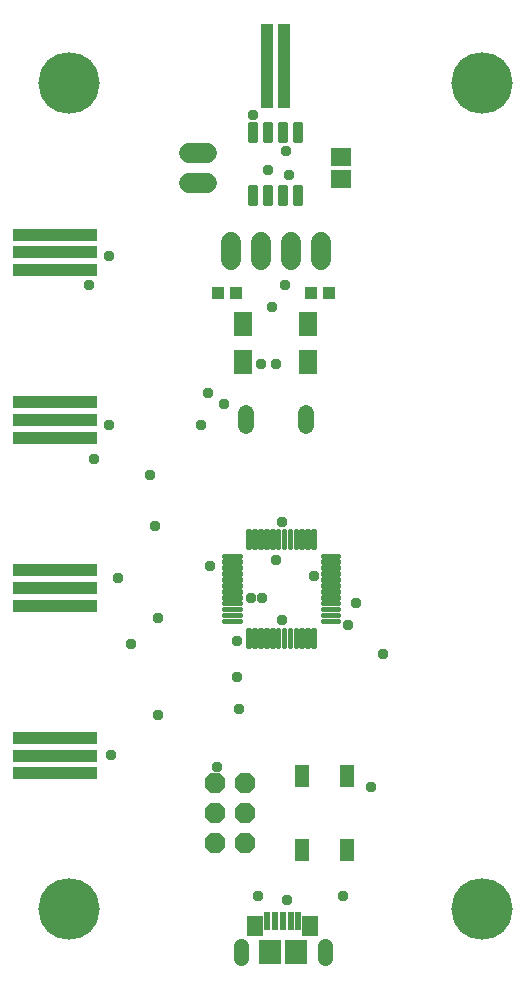
<source format=gbr>
G04 EAGLE Gerber RS-274X export*
G75*
%MOMM*%
%FSLAX34Y34*%
%LPD*%
%INSoldermask Top*%
%IPPOS*%
%AMOC8*
5,1,8,0,0,1.08239X$1,22.5*%
G01*
%ADD10C,5.203200*%
%ADD11R,1.053200X7.203200*%
%ADD12R,0.603200X1.603200*%
%ADD13R,1.953200X2.103200*%
%ADD14R,1.353200X1.653200*%
%ADD15C,1.253200*%
%ADD16C,1.727200*%
%ADD17R,1.003200X1.003200*%
%ADD18P,1.869504X8X292.500000*%
%ADD19R,1.703200X1.503200*%
%ADD20R,1.203200X1.903200*%
%ADD21C,0.343072*%
%ADD22C,0.353406*%
%ADD23R,7.203200X1.053200*%
%ADD24C,1.320800*%
%ADD25R,1.503200X2.103200*%
%ADD26C,0.959600*%


D10*
X50000Y750000D03*
X400000Y750000D03*
X400000Y50000D03*
X50000Y50000D03*
D11*
X232363Y764200D03*
X217363Y764200D03*
D12*
X217981Y40619D03*
X224481Y40619D03*
X230981Y40619D03*
X237481Y40619D03*
X243981Y40619D03*
D13*
X219731Y14119D03*
X242231Y14119D03*
D14*
X207781Y36419D03*
X254181Y36419D03*
D15*
X195231Y19369D02*
X195231Y8869D01*
X266731Y8869D02*
X266731Y19369D01*
D16*
X166730Y665208D02*
X151490Y665208D01*
X151490Y690608D02*
X166730Y690608D01*
D17*
X176276Y572055D03*
X191276Y572055D03*
X269869Y572055D03*
X254869Y572055D03*
D18*
X173433Y157250D03*
X198833Y157250D03*
X173433Y131850D03*
X198833Y131850D03*
X173433Y106450D03*
X198833Y106450D03*
D16*
X186763Y599489D02*
X186763Y614729D01*
X212163Y614729D02*
X212163Y599489D01*
X237563Y599489D02*
X237563Y614729D01*
X262963Y614729D02*
X262963Y599489D01*
D19*
X280616Y668408D03*
X280616Y687408D03*
D20*
X246957Y100350D03*
X284957Y100350D03*
X246957Y163350D03*
X284957Y163350D03*
D21*
X195239Y348217D02*
X195239Y349619D01*
X195239Y348217D02*
X181037Y348217D01*
X181037Y349619D01*
X195239Y349619D01*
X195239Y344619D02*
X195239Y343217D01*
X181037Y343217D01*
X181037Y344619D01*
X195239Y344619D01*
X195239Y339619D02*
X195239Y338217D01*
X181037Y338217D01*
X181037Y339619D01*
X195239Y339619D01*
X195239Y334619D02*
X195239Y333217D01*
X181037Y333217D01*
X181037Y334619D01*
X195239Y334619D01*
X195239Y329619D02*
X195239Y328217D01*
X181037Y328217D01*
X181037Y329619D01*
X195239Y329619D01*
X195239Y324619D02*
X195239Y323217D01*
X181037Y323217D01*
X181037Y324619D01*
X195239Y324619D01*
X195239Y319619D02*
X195239Y318217D01*
X181037Y318217D01*
X181037Y319619D01*
X195239Y319619D01*
X195239Y314619D02*
X195239Y313217D01*
X181037Y313217D01*
X181037Y314619D01*
X195239Y314619D01*
X195239Y309619D02*
X195239Y308217D01*
X181037Y308217D01*
X181037Y309619D01*
X195239Y309619D01*
X195239Y304619D02*
X195239Y303217D01*
X181037Y303217D01*
X181037Y304619D01*
X195239Y304619D01*
X195239Y299619D02*
X195239Y298217D01*
X181037Y298217D01*
X181037Y299619D01*
X195239Y299619D01*
X195239Y294619D02*
X195239Y293217D01*
X181037Y293217D01*
X181037Y294619D01*
X195239Y294619D01*
X201737Y272517D02*
X203139Y272517D01*
X201737Y272517D02*
X201737Y286719D01*
X203139Y286719D01*
X203139Y272517D01*
X203139Y275776D02*
X201737Y275776D01*
X201737Y279035D02*
X203139Y279035D01*
X203139Y282294D02*
X201737Y282294D01*
X201737Y285553D02*
X203139Y285553D01*
X206737Y272517D02*
X208139Y272517D01*
X206737Y272517D02*
X206737Y286719D01*
X208139Y286719D01*
X208139Y272517D01*
X208139Y275776D02*
X206737Y275776D01*
X206737Y279035D02*
X208139Y279035D01*
X208139Y282294D02*
X206737Y282294D01*
X206737Y285553D02*
X208139Y285553D01*
X211737Y272517D02*
X213139Y272517D01*
X211737Y272517D02*
X211737Y286719D01*
X213139Y286719D01*
X213139Y272517D01*
X213139Y275776D02*
X211737Y275776D01*
X211737Y279035D02*
X213139Y279035D01*
X213139Y282294D02*
X211737Y282294D01*
X211737Y285553D02*
X213139Y285553D01*
X216737Y272517D02*
X218139Y272517D01*
X216737Y272517D02*
X216737Y286719D01*
X218139Y286719D01*
X218139Y272517D01*
X218139Y275776D02*
X216737Y275776D01*
X216737Y279035D02*
X218139Y279035D01*
X218139Y282294D02*
X216737Y282294D01*
X216737Y285553D02*
X218139Y285553D01*
X221737Y272517D02*
X223139Y272517D01*
X221737Y272517D02*
X221737Y286719D01*
X223139Y286719D01*
X223139Y272517D01*
X223139Y275776D02*
X221737Y275776D01*
X221737Y279035D02*
X223139Y279035D01*
X223139Y282294D02*
X221737Y282294D01*
X221737Y285553D02*
X223139Y285553D01*
X226737Y272517D02*
X228139Y272517D01*
X226737Y272517D02*
X226737Y286719D01*
X228139Y286719D01*
X228139Y272517D01*
X228139Y275776D02*
X226737Y275776D01*
X226737Y279035D02*
X228139Y279035D01*
X228139Y282294D02*
X226737Y282294D01*
X226737Y285553D02*
X228139Y285553D01*
X231737Y272517D02*
X233139Y272517D01*
X231737Y272517D02*
X231737Y286719D01*
X233139Y286719D01*
X233139Y272517D01*
X233139Y275776D02*
X231737Y275776D01*
X231737Y279035D02*
X233139Y279035D01*
X233139Y282294D02*
X231737Y282294D01*
X231737Y285553D02*
X233139Y285553D01*
X236737Y272517D02*
X238139Y272517D01*
X236737Y272517D02*
X236737Y286719D01*
X238139Y286719D01*
X238139Y272517D01*
X238139Y275776D02*
X236737Y275776D01*
X236737Y279035D02*
X238139Y279035D01*
X238139Y282294D02*
X236737Y282294D01*
X236737Y285553D02*
X238139Y285553D01*
X241737Y272517D02*
X243139Y272517D01*
X241737Y272517D02*
X241737Y286719D01*
X243139Y286719D01*
X243139Y272517D01*
X243139Y275776D02*
X241737Y275776D01*
X241737Y279035D02*
X243139Y279035D01*
X243139Y282294D02*
X241737Y282294D01*
X241737Y285553D02*
X243139Y285553D01*
X246737Y272517D02*
X248139Y272517D01*
X246737Y272517D02*
X246737Y286719D01*
X248139Y286719D01*
X248139Y272517D01*
X248139Y275776D02*
X246737Y275776D01*
X246737Y279035D02*
X248139Y279035D01*
X248139Y282294D02*
X246737Y282294D01*
X246737Y285553D02*
X248139Y285553D01*
X251737Y272517D02*
X253139Y272517D01*
X251737Y272517D02*
X251737Y286719D01*
X253139Y286719D01*
X253139Y272517D01*
X253139Y275776D02*
X251737Y275776D01*
X251737Y279035D02*
X253139Y279035D01*
X253139Y282294D02*
X251737Y282294D01*
X251737Y285553D02*
X253139Y285553D01*
X256737Y272517D02*
X258139Y272517D01*
X256737Y272517D02*
X256737Y286719D01*
X258139Y286719D01*
X258139Y272517D01*
X258139Y275776D02*
X256737Y275776D01*
X256737Y279035D02*
X258139Y279035D01*
X258139Y282294D02*
X256737Y282294D01*
X256737Y285553D02*
X258139Y285553D01*
X278839Y293217D02*
X278839Y294619D01*
X278839Y293217D02*
X264637Y293217D01*
X264637Y294619D01*
X278839Y294619D01*
X278839Y298217D02*
X278839Y299619D01*
X278839Y298217D02*
X264637Y298217D01*
X264637Y299619D01*
X278839Y299619D01*
X278839Y303217D02*
X278839Y304619D01*
X278839Y303217D02*
X264637Y303217D01*
X264637Y304619D01*
X278839Y304619D01*
X278839Y308217D02*
X278839Y309619D01*
X278839Y308217D02*
X264637Y308217D01*
X264637Y309619D01*
X278839Y309619D01*
X278839Y313217D02*
X278839Y314619D01*
X278839Y313217D02*
X264637Y313217D01*
X264637Y314619D01*
X278839Y314619D01*
X278839Y318217D02*
X278839Y319619D01*
X278839Y318217D02*
X264637Y318217D01*
X264637Y319619D01*
X278839Y319619D01*
X278839Y323217D02*
X278839Y324619D01*
X278839Y323217D02*
X264637Y323217D01*
X264637Y324619D01*
X278839Y324619D01*
X278839Y328217D02*
X278839Y329619D01*
X278839Y328217D02*
X264637Y328217D01*
X264637Y329619D01*
X278839Y329619D01*
X278839Y333217D02*
X278839Y334619D01*
X278839Y333217D02*
X264637Y333217D01*
X264637Y334619D01*
X278839Y334619D01*
X278839Y338217D02*
X278839Y339619D01*
X278839Y338217D02*
X264637Y338217D01*
X264637Y339619D01*
X278839Y339619D01*
X278839Y343217D02*
X278839Y344619D01*
X278839Y343217D02*
X264637Y343217D01*
X264637Y344619D01*
X278839Y344619D01*
X278839Y348217D02*
X278839Y349619D01*
X278839Y348217D02*
X264637Y348217D01*
X264637Y349619D01*
X278839Y349619D01*
X258139Y356117D02*
X256737Y356117D01*
X256737Y370319D01*
X258139Y370319D01*
X258139Y356117D01*
X258139Y359376D02*
X256737Y359376D01*
X256737Y362635D02*
X258139Y362635D01*
X258139Y365894D02*
X256737Y365894D01*
X256737Y369153D02*
X258139Y369153D01*
X253139Y356117D02*
X251737Y356117D01*
X251737Y370319D01*
X253139Y370319D01*
X253139Y356117D01*
X253139Y359376D02*
X251737Y359376D01*
X251737Y362635D02*
X253139Y362635D01*
X253139Y365894D02*
X251737Y365894D01*
X251737Y369153D02*
X253139Y369153D01*
X248139Y356117D02*
X246737Y356117D01*
X246737Y370319D01*
X248139Y370319D01*
X248139Y356117D01*
X248139Y359376D02*
X246737Y359376D01*
X246737Y362635D02*
X248139Y362635D01*
X248139Y365894D02*
X246737Y365894D01*
X246737Y369153D02*
X248139Y369153D01*
X243139Y356117D02*
X241737Y356117D01*
X241737Y370319D01*
X243139Y370319D01*
X243139Y356117D01*
X243139Y359376D02*
X241737Y359376D01*
X241737Y362635D02*
X243139Y362635D01*
X243139Y365894D02*
X241737Y365894D01*
X241737Y369153D02*
X243139Y369153D01*
X238139Y356117D02*
X236737Y356117D01*
X236737Y370319D01*
X238139Y370319D01*
X238139Y356117D01*
X238139Y359376D02*
X236737Y359376D01*
X236737Y362635D02*
X238139Y362635D01*
X238139Y365894D02*
X236737Y365894D01*
X236737Y369153D02*
X238139Y369153D01*
X233139Y356117D02*
X231737Y356117D01*
X231737Y370319D01*
X233139Y370319D01*
X233139Y356117D01*
X233139Y359376D02*
X231737Y359376D01*
X231737Y362635D02*
X233139Y362635D01*
X233139Y365894D02*
X231737Y365894D01*
X231737Y369153D02*
X233139Y369153D01*
X228139Y356117D02*
X226737Y356117D01*
X226737Y370319D01*
X228139Y370319D01*
X228139Y356117D01*
X228139Y359376D02*
X226737Y359376D01*
X226737Y362635D02*
X228139Y362635D01*
X228139Y365894D02*
X226737Y365894D01*
X226737Y369153D02*
X228139Y369153D01*
X223139Y356117D02*
X221737Y356117D01*
X221737Y370319D01*
X223139Y370319D01*
X223139Y356117D01*
X223139Y359376D02*
X221737Y359376D01*
X221737Y362635D02*
X223139Y362635D01*
X223139Y365894D02*
X221737Y365894D01*
X221737Y369153D02*
X223139Y369153D01*
X218139Y356117D02*
X216737Y356117D01*
X216737Y370319D01*
X218139Y370319D01*
X218139Y356117D01*
X218139Y359376D02*
X216737Y359376D01*
X216737Y362635D02*
X218139Y362635D01*
X218139Y365894D02*
X216737Y365894D01*
X216737Y369153D02*
X218139Y369153D01*
X213139Y356117D02*
X211737Y356117D01*
X211737Y370319D01*
X213139Y370319D01*
X213139Y356117D01*
X213139Y359376D02*
X211737Y359376D01*
X211737Y362635D02*
X213139Y362635D01*
X213139Y365894D02*
X211737Y365894D01*
X211737Y369153D02*
X213139Y369153D01*
X208139Y356117D02*
X206737Y356117D01*
X206737Y370319D01*
X208139Y370319D01*
X208139Y356117D01*
X208139Y359376D02*
X206737Y359376D01*
X206737Y362635D02*
X208139Y362635D01*
X208139Y365894D02*
X206737Y365894D01*
X206737Y369153D02*
X208139Y369153D01*
X203139Y356117D02*
X201737Y356117D01*
X201737Y370319D01*
X203139Y370319D01*
X203139Y356117D01*
X203139Y359376D02*
X201737Y359376D01*
X201737Y362635D02*
X203139Y362635D01*
X203139Y365894D02*
X201737Y365894D01*
X201737Y369153D02*
X203139Y369153D01*
D22*
X208062Y647634D02*
X208062Y661932D01*
X208062Y647634D02*
X203564Y647634D01*
X203564Y661932D01*
X208062Y661932D01*
X208062Y650991D02*
X203564Y650991D01*
X203564Y654348D02*
X208062Y654348D01*
X208062Y657705D02*
X203564Y657705D01*
X203564Y661062D02*
X208062Y661062D01*
X220762Y661932D02*
X220762Y647634D01*
X216264Y647634D01*
X216264Y661932D01*
X220762Y661932D01*
X220762Y650991D02*
X216264Y650991D01*
X216264Y654348D02*
X220762Y654348D01*
X220762Y657705D02*
X216264Y657705D01*
X216264Y661062D02*
X220762Y661062D01*
X233462Y661932D02*
X233462Y647634D01*
X228964Y647634D01*
X228964Y661932D01*
X233462Y661932D01*
X233462Y650991D02*
X228964Y650991D01*
X228964Y654348D02*
X233462Y654348D01*
X233462Y657705D02*
X228964Y657705D01*
X228964Y661062D02*
X233462Y661062D01*
X246162Y661932D02*
X246162Y647634D01*
X241664Y647634D01*
X241664Y661932D01*
X246162Y661932D01*
X246162Y650991D02*
X241664Y650991D01*
X241664Y654348D02*
X246162Y654348D01*
X246162Y657705D02*
X241664Y657705D01*
X241664Y661062D02*
X246162Y661062D01*
X246162Y701034D02*
X246162Y715332D01*
X246162Y701034D02*
X241664Y701034D01*
X241664Y715332D01*
X246162Y715332D01*
X246162Y704391D02*
X241664Y704391D01*
X241664Y707748D02*
X246162Y707748D01*
X246162Y711105D02*
X241664Y711105D01*
X241664Y714462D02*
X246162Y714462D01*
X233462Y715332D02*
X233462Y701034D01*
X228964Y701034D01*
X228964Y715332D01*
X233462Y715332D01*
X233462Y704391D02*
X228964Y704391D01*
X228964Y707748D02*
X233462Y707748D01*
X233462Y711105D02*
X228964Y711105D01*
X228964Y714462D02*
X233462Y714462D01*
X220762Y715332D02*
X220762Y701034D01*
X216264Y701034D01*
X216264Y715332D01*
X220762Y715332D01*
X220762Y704391D02*
X216264Y704391D01*
X216264Y707748D02*
X220762Y707748D01*
X220762Y711105D02*
X216264Y711105D01*
X216264Y714462D02*
X220762Y714462D01*
X208062Y715332D02*
X208062Y701034D01*
X203564Y701034D01*
X203564Y715332D01*
X208062Y715332D01*
X208062Y704391D02*
X203564Y704391D01*
X203564Y707748D02*
X208062Y707748D01*
X208062Y711105D02*
X203564Y711105D01*
X203564Y714462D02*
X208062Y714462D01*
D23*
X38132Y195299D03*
X38132Y180299D03*
X38132Y165299D03*
X38132Y337299D03*
X38132Y322299D03*
X38132Y307299D03*
X38132Y479298D03*
X38132Y464298D03*
X38132Y449298D03*
X38132Y621298D03*
X38132Y606298D03*
X38132Y591298D03*
D24*
X199463Y470612D02*
X199463Y459436D01*
X250263Y459436D02*
X250263Y470612D01*
D25*
X252363Y545381D03*
X197363Y545381D03*
X197363Y513381D03*
X252363Y513381D03*
D26*
X234696Y57912D03*
X292608Y309372D03*
X286512Y291084D03*
X257556Y332232D03*
X316051Y265907D03*
X305916Y153649D03*
X210170Y61528D03*
X236220Y672084D03*
X225031Y511984D03*
X161511Y460312D03*
X212862Y511462D03*
X180939Y477734D03*
X167640Y487680D03*
X233172Y579120D03*
X221817Y560480D03*
X175260Y170688D03*
X193548Y219456D03*
X230124Y377952D03*
X213360Y313944D03*
X192024Y277368D03*
X192024Y246888D03*
X205740Y722376D03*
X233613Y691758D03*
X102237Y274637D03*
X71442Y431618D03*
X67285Y578518D03*
X218692Y676126D03*
X125136Y214447D03*
X85287Y180748D03*
X83665Y460071D03*
X91572Y330497D03*
X83953Y603434D03*
X204216Y313944D03*
X225064Y346076D03*
X230658Y294985D03*
X125563Y296542D03*
X118210Y417768D03*
X123167Y374369D03*
X169292Y340426D03*
X281931Y61569D03*
M02*

</source>
